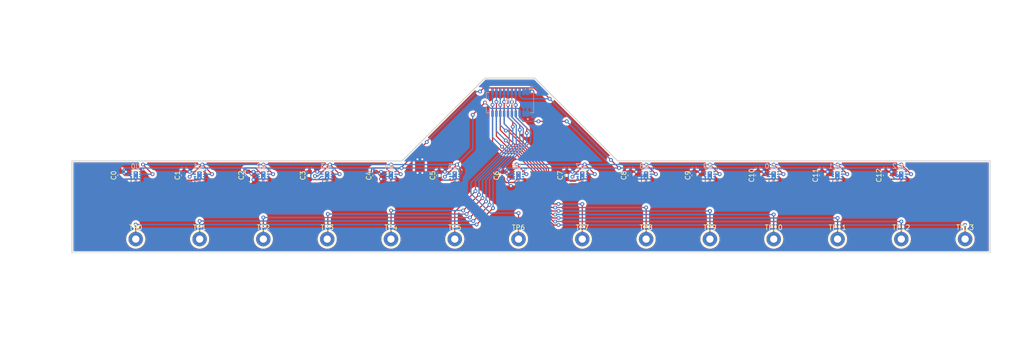
<source format=kicad_pcb>
(kicad_pcb
	(version 20240108)
	(generator "pcbnew")
	(generator_version "8.0")
	(general
		(thickness 1.6)
		(legacy_teardrops no)
	)
	(paper "A4")
	(layers
		(0 "F.Cu" signal)
		(31 "B.Cu" signal)
		(32 "B.Adhes" user "B.Adhesive")
		(33 "F.Adhes" user "F.Adhesive")
		(34 "B.Paste" user)
		(35 "F.Paste" user)
		(36 "B.SilkS" user "B.Silkscreen")
		(37 "F.SilkS" user "F.Silkscreen")
		(38 "B.Mask" user)
		(39 "F.Mask" user)
		(40 "Dwgs.User" user "User.Drawings")
		(41 "Cmts.User" user "User.Comments")
		(42 "Eco1.User" user "User.Eco1")
		(43 "Eco2.User" user "User.Eco2")
		(44 "Edge.Cuts" user)
		(45 "Margin" user)
		(46 "B.CrtYd" user "B.Courtyard")
		(47 "F.CrtYd" user "F.Courtyard")
		(48 "B.Fab" user)
		(49 "F.Fab" user)
		(50 "User.1" user)
		(51 "User.2" user)
		(52 "User.3" user)
		(53 "User.4" user)
		(54 "User.5" user)
		(55 "User.6" user)
		(56 "User.7" user)
		(57 "User.8" user)
		(58 "User.9" user)
	)
	(setup
		(stackup
			(layer "F.SilkS"
				(type "Top Silk Screen")
			)
			(layer "F.Paste"
				(type "Top Solder Paste")
			)
			(layer "F.Mask"
				(type "Top Solder Mask")
				(thickness 0.01)
			)
			(layer "F.Cu"
				(type "copper")
				(thickness 0.035)
			)
			(layer "dielectric 1"
				(type "core")
				(thickness 1.51)
				(material "FR4")
				(epsilon_r 4.5)
				(loss_tangent 0.02)
			)
			(layer "B.Cu"
				(type "copper")
				(thickness 0.035)
			)
			(layer "B.Mask"
				(type "Bottom Solder Mask")
				(thickness 0.01)
			)
			(layer "B.Paste"
				(type "Bottom Solder Paste")
			)
			(layer "B.SilkS"
				(type "Bottom Silk Screen")
			)
			(copper_finish "None")
			(dielectric_constraints no)
		)
		(pad_to_mask_clearance 0)
		(allow_soldermask_bridges_in_footprints no)
		(pcbplotparams
			(layerselection 0x00010fc_ffffffff)
			(plot_on_all_layers_selection 0x0000000_00000000)
			(disableapertmacros no)
			(usegerberextensions no)
			(usegerberattributes yes)
			(usegerberadvancedattributes yes)
			(creategerberjobfile yes)
			(dashed_line_dash_ratio 12.000000)
			(dashed_line_gap_ratio 3.000000)
			(svgprecision 4)
			(plotframeref no)
			(viasonmask no)
			(mode 1)
			(useauxorigin no)
			(hpglpennumber 1)
			(hpglpenspeed 20)
			(hpglpendiameter 15.000000)
			(pdf_front_fp_property_popups yes)
			(pdf_back_fp_property_popups yes)
			(dxfpolygonmode yes)
			(dxfimperialunits yes)
			(dxfusepcbnewfont yes)
			(psnegative no)
			(psa4output no)
			(plotreference yes)
			(plotvalue yes)
			(plotfptext yes)
			(plotinvisibletext no)
			(sketchpadsonfab no)
			(subtractmaskfromsilk no)
			(outputformat 1)
			(mirror no)
			(drillshape 1)
			(scaleselection 1)
			(outputdirectory "")
		)
	)
	(net 0 "")
	(net 1 "GND")
	(net 2 "unconnected-(U3-ALERT-Pad3)")
	(net 3 "/SDA")
	(net 4 "+3V3")
	(net 5 "/SCL")
	(net 6 "unconnected-(U6-ALERT-Pad3)")
	(net 7 "unconnected-(U7-ALERT-Pad3)")
	(net 8 "unconnected-(U1-ALERT-Pad3)")
	(net 9 "unconnected-(U2-ALERT-Pad3)")
	(net 10 "unconnected-(U4-ALERT-Pad3)")
	(net 11 "unconnected-(U5-ALERT-Pad3)")
	(net 12 "unconnected-(U8-ALERT-Pad3)")
	(net 13 "unconnected-(U9-ALERT-Pad3)")
	(net 14 "unconnected-(U10-ALERT-Pad3)")
	(net 15 "unconnected-(U11-ALERT-Pad3)")
	(net 16 "unconnected-(U12-ALERT-Pad3)")
	(net 17 "Net-(J0-Pin_13)")
	(net 18 "Net-(J0-Pin_8)")
	(net 19 "Net-(J0-Pin_17)")
	(net 20 "Net-(J0-Pin_7)")
	(net 21 "Net-(J0-Pin_15)")
	(net 22 "Net-(J0-Pin_20)")
	(net 23 "Net-(J0-Pin_12)")
	(net 24 "Net-(J0-Pin_9)")
	(net 25 "Net-(J0-Pin_11)")
	(net 26 "Net-(J0-Pin_10)")
	(net 27 "Net-(J0-Pin_14)")
	(net 28 "Net-(J0-Pin_16)")
	(net 29 "Net-(J0-Pin_19)")
	(net 30 "Net-(J0-Pin_18)")
	(net 31 "unconnected-(U0-ALERT-Pad3)")
	(footprint "Capacitor_SMD:C_0603_1608Metric" (layer "F.Cu") (at 81.17 91.34 -90))
	(footprint "TestPoint:TestPoint_THTPad_D3.0mm_Drill1.5mm" (layer "F.Cu") (at 150.38 104.54))
	(footprint "TestPoint:TestPoint_THTPad_D3.0mm_Drill1.5mm" (layer "F.Cu") (at 216.4 104.54))
	(footprint "TestPoint:TestPoint_THTPad_D3.0mm_Drill1.5mm" (layer "F.Cu") (at 229.59 104.54))
	(footprint "Capacitor_SMD:C_0603_1608Metric" (layer "F.Cu") (at 107.14 91.37 -90))
	(footprint "Capacitor_SMD:C_0603_1608Metric" (layer "F.Cu") (at 120.76 91.38 -90))
	(footprint "TestPoint:TestPoint_THTPad_D3.0mm_Drill1.5mm" (layer "F.Cu") (at 84.4 104.54))
	(footprint "TestPoint:TestPoint_THTPad_D3.0mm_Drill1.5mm" (layer "F.Cu") (at 71.18 104.54))
	(footprint "Capacitor_SMD:C_0603_1608Metric" (layer "F.Cu") (at 94.37 91.34 -90))
	(footprint "Capacitor_SMD:C_0603_1608Metric" (layer "F.Cu") (at 160.37 91.34 -90))
	(footprint "TestPoint:TestPoint_THTPad_D3.0mm_Drill1.5mm" (layer "F.Cu") (at 163.58 104.54))
	(footprint "TestPoint:TestPoint_THTPad_D3.0mm_Drill1.5mm" (layer "F.Cu") (at 203.19 104.54))
	(footprint "Capacitor_SMD:C_0603_1608Metric" (layer "F.Cu") (at 133.96 91.355 -90))
	(footprint "Capacitor_SMD:C_0603_1608Metric" (layer "F.Cu") (at 199.97 91.34 -90))
	(footprint "TestPoint:TestPoint_THTPad_D3.0mm_Drill1.5mm" (layer "F.Cu") (at 137.19 104.54))
	(footprint "TestPoint:TestPoint_THTPad_D3.0mm_Drill1.5mm" (layer "F.Cu") (at 242.79 104.53))
	(footprint "TestPoint:TestPoint_THTPad_D3.0mm_Drill1.5mm" (layer "F.Cu") (at 176.79 104.54))
	(footprint "TestPoint:TestPoint_THTPad_D3.0mm_Drill1.5mm" (layer "F.Cu") (at 189.99 104.54))
	(footprint "Capacitor_SMD:C_0603_1608Metric" (layer "F.Cu") (at 147.16 91.38 -90))
	(footprint "TestPoint:TestPoint_THTPad_D3.0mm_Drill1.5mm" (layer "F.Cu") (at 110.8 104.54))
	(footprint "Capacitor_SMD:C_0603_1608Metric" (layer "F.Cu") (at 213.17 91.34 -90))
	(footprint "Capacitor_SMD:C_0603_1608Metric" (layer "F.Cu") (at 67.97 91.34 -90))
	(footprint "Capacitor_SMD:C_0603_1608Metric" (layer "F.Cu") (at 226.37 91.34 -90))
	(footprint "Capacitor_SMD:C_0603_1608Metric" (layer "F.Cu") (at 186.77 91.34 -90))
	(footprint "TestPoint:TestPoint_THTPad_D3.0mm_Drill1.5mm" (layer "F.Cu") (at 97.58 104.54))
	(footprint "Capacitor_SMD:C_0603_1608Metric" (layer "F.Cu") (at 173.57 91.34 -90))
	(footprint "TestPoint:TestPoint_THTPad_D3.0mm_Drill1.5mm" (layer "F.Cu") (at 123.99 104.54))
	(footprint "Package_SON:WSON-8-1EP_2x2mm_P0.5mm_EP0.9x1.6mm_ThermalVias" (layer "B.Cu") (at 163.57 91.34 180))
	(footprint "Package_SON:WSON-8-1EP_2x2mm_P0.5mm_EP0.9x1.6mm_ThermalVias" (layer "B.Cu") (at 110.77 91.34 180))
	(footprint "Package_SON:WSON-8-1EP_2x2mm_P0.5mm_EP0.9x1.6mm_ThermalVias" (layer "B.Cu") (at 97.57 91.34 180))
	(footprint "Package_SON:WSON-8-1EP_2x2mm_P0.5mm_EP0.9x1.6mm_ThermalVias" (layer "B.Cu") (at 203.17 91.34 180))
	(footprint "MV_Abnehmerplatine:533092070" (layer "B.Cu") (at 148.61 76.27))
	(footprint "Package_SON:WSON-8-1EP_2x2mm_P0.5mm_EP0.9x1.6mm_ThermalVias" (layer "B.Cu") (at 123.97 91.34 180))
	(footprint "Package_SON:WSON-8-1EP_2x2mm_P0.5mm_EP0.9x1.6mm_ThermalVias" (layer "B.Cu") (at 150.37 91.34 180))
	(footprint "Package_SON:WSON-8-1EP_2x2mm_P0.5mm_EP0.9x1.6mm_ThermalVias" (layer "B.Cu") (at 84.37 91.34 180))
	(footprint "Package_SON:WSON-8-1EP_2x2mm_P0.5mm_EP0.9x1.6mm_ThermalVias" (layer "B.Cu") (at 229.57 91.34 180))
	(footprint "Package_SON:WSON-8-1EP_2x2mm_P0.5mm_EP0.9x1.6mm_ThermalVias" (layer "B.Cu") (at 176.77 91.34 180))
	(footprint "Package_SON:WSON-8-1EP_2x2mm_P0.5mm_EP0.9x1.6mm_ThermalVias" (layer "B.Cu") (at 137.17 91.34 180))
	(footprint "Package_SON:WSON-8-1EP_2x2mm_P0.5mm_EP0.9x1.6mm_ThermalVias" (layer "B.Cu") (at 216.37 91.34 180))
	(footprint "Package_SON:WSON-8-1EP_2x2mm_P0.5mm_EP0.9x1.6mm_ThermalVias" (layer "B.Cu") (at 189.97 91.34 180))
	(footprint "Package_SON:WSON-8-1EP_2x2mm_P0.5mm_EP0.9x1.6mm_ThermalVias" (layer "B.Cu") (at 71.17 91.34 180))
	(gr_line
		(start 50 91.35)
		(end 250 91.35)
		(locked yes)
		(stroke
			(width 0.15)
			(type default)
		)
		(layer "Cmts.User")
		(uuid "5b92f1d5-eb1a-4bb5-ab42-c6270c34c2c5")
	)
	(gr_line
		(start 153.736292 71.183146)
		(end 169.738765 87.185619)
		(stroke
			(width 0.2)
			(type default)
		)
		(layer "Edge.Cuts")
		(uuid "3474e03e-9c59-4b26-9805-fea78c9cb3b1")
	)
	(gr_line
		(start 57.99 88.36)
		(end 126.27406 88.36)
		(stroke
			(width 0.2)
			(type default)
		)
		(layer "Edge.Cuts")
		(uuid "39989033-ed98-43d4-96ce-d1ae11eb40b9")
	)
	(gr_line
		(start 127.447527 87.185619)
		(end 126.27406 88.359086)
		(stroke
			(width 0.2)
			(type default)
		)
		(layer "Edge.Cuts")
		(uuid "595b811e-157a-4776-8c23-8f72fd95963f")
	)
	(gr_line
		(start 127.447527 87.185619)
		(end 143.45 71.183146)
		(stroke
			(width 0.2)
			(type default)
		)
		(layer "Edge.Cuts")
		(uuid "6604ef34-74fa-4611-956e-a3a7da571505")
	)
	(gr_line
		(start 169.738765 87.185619)
		(end 170.913146 88.36)
		(stroke
			(width 0.2)
			(type default)
		)
		(layer "Edge.Cuts")
		(uuid "741b9143-e585-413f-97a4-f98a2a6e8ab5")
	)
	(gr_line
		(start 247.97 88.36)
		(end 247.97 107.36)
		(stroke
			(width 0.2)
			(type default)
		)
		(layer "Edge.Cuts")
		(uuid "8b4e0f04-eab8-49d7-afe3-acb8ed676773")
	)
	(gr_line
		(start 170.913146 88.36)
		(end 247.97 88.36)
		(stroke
			(width 0.2)
			(type default)
		)
		(layer "Edge.Cuts")
		(uuid "98b4eb3f-ffa5-4f5d-8f41-23f64eb85705")
	)
	(gr_line
		(start 143.45 71.183146)
		(end 153.736292 71.183146)
		(stroke
			(width 0.2)
			(type default)
		)
		(layer "Edge.Cuts")
		(uuid "9e5facd3-b9bc-4426-a184-c402387eb747")
	)
	(gr_line
		(start 57.99 107.36)
		(end 57.99 88.36)
		(stroke
			(width 0.2)
			(type default)
		)
		(layer "Edge.Cuts")
		(uuid "a83d0258-c7b2-43dc-abd5-95051bbedc64")
	)
	(gr_line
		(start 247.97 107.36)
		(end 57.99 107.36)
		(stroke
			(width 0.1)
			(type default)
		)
		(layer "Edge.Cuts")
		(uuid "f1a46ec7-11fe-4b82-af46-d86ee42b880b")
	)
	(dimension
		(type aligned)
		(locked yes)
		(layer "Cmts.User")
		(uuid "068a510c-9f5c-462b-9f4e-15ccf8576a8a")
		(pts
			(xy 189.969998 91.31) (xy 203.169998 91.31)
		)
		(height 10.6)
		(gr_text "13.2000 mm"
			(locked yes)
			(at 196.569998 100.76 0)
			(layer "Cmts.User")
			(uuid "068a510c-9f5c-462b-9f4e-15ccf8576a8a")
			(effects
				(font
					(size 1 1)
					(thickness 0.15)
				)
			)
		)
		(format
			(prefix "")
			(suffix "")
			(units 3)
			(units_format 1)
			(precision 4)
		)
		(style
			(thickness 0.15)
			(arrow_length 1.27)
			(text_position_mode 0)
			(extension_height 0.58642)
			(extension_offset 0.5) keep_text_aligned)
	)
	(dimension
		(type aligned)
		(layer "Cmts.User")
		(uuid "1fb3fbf1-ca7c-4293-9a7a-8926cff25138")
		(pts
			(xy 71.18 88.357192) (xy 71.18 104.56)
		)
		(height 17.338146)
		(gr_text "16.2028 mm"
			(at 52.691854 96.458596 90)
			(layer "Cmts.User")
			(uuid "1fb3fbf1-ca7c-4293-9a7a-8926cff25138")
			(effects
				(font
					(size 1 1)
					(thickness 0.15)
				)
			)
		)
		(format
			(prefix "")
			(suffix "")
			(units 3)
			(units_format 1)
			(precision 4)
		)
		(style
			(thickness 0.15)
			(arrow_length 1.27)
			(text_position_mode 0)
			(extension_height 0.58642)
			(extension_offset 0.5) keep_text_aligned)
	)
	(dimension
		(type aligned)
		(locked yes)
		(layer "Cmts.User")
		(uuid "3ea60687-df0c-423b-a540-877313e19b63")
		(pts
			(xy 71.169998 91.31) (xy 84.369998 91.31)
		)
		(height 10.6)
		(gr_text "13.2000 mm"
			(locked yes)
			(at 77.769998 100.76 0)
			(layer "Cmts.User")
			(uuid "3ea60687-df0c-423b-a540-877313e19b63")
			(effects
				(font
					(size 1 1)
					(thickness 0.15)
				)
			)
		)
		(format
			(prefix "")
			(suffix "")
			(units 3)
			(units_format 1)
			(precision 4)
		)
		(style
			(thickness 0.15)
			(arrow_length 1.27)
			(text_position_mode 0)
			(extension_height 0.58642)
			(extension_offset 0.5) keep_text_aligned)
	)
	(dimension
		(type aligned)
		(locked yes)
		(layer "Cmts.User")
		(uuid "4bd4662b-31fb-4613-962b-f75994b3ad9e")
		(pts
			(xy 58 88.35) (xy 58 91.35)
		)
		(height 9.3)
		(gr_text "3.0000 mm"
			(locked yes)
			(at 47.55 89.85 90)
			(layer "Cmts.User")
			(uuid "4bd4662b-31fb-4613-962b-f75994b3ad9e")
			(effects
				(font
					(size 1 1)
					(thickness 0.15)
				)
			)
		)
		(format
			(prefix "")
			(suffix "")
			(units 3)
			(units_format 1)
			(precision 4)
		)
		(style
			(thickness 0.15)
			(arrow_length 1.27)
			(text_position_mode 
... [382151 chars truncated]
</source>
